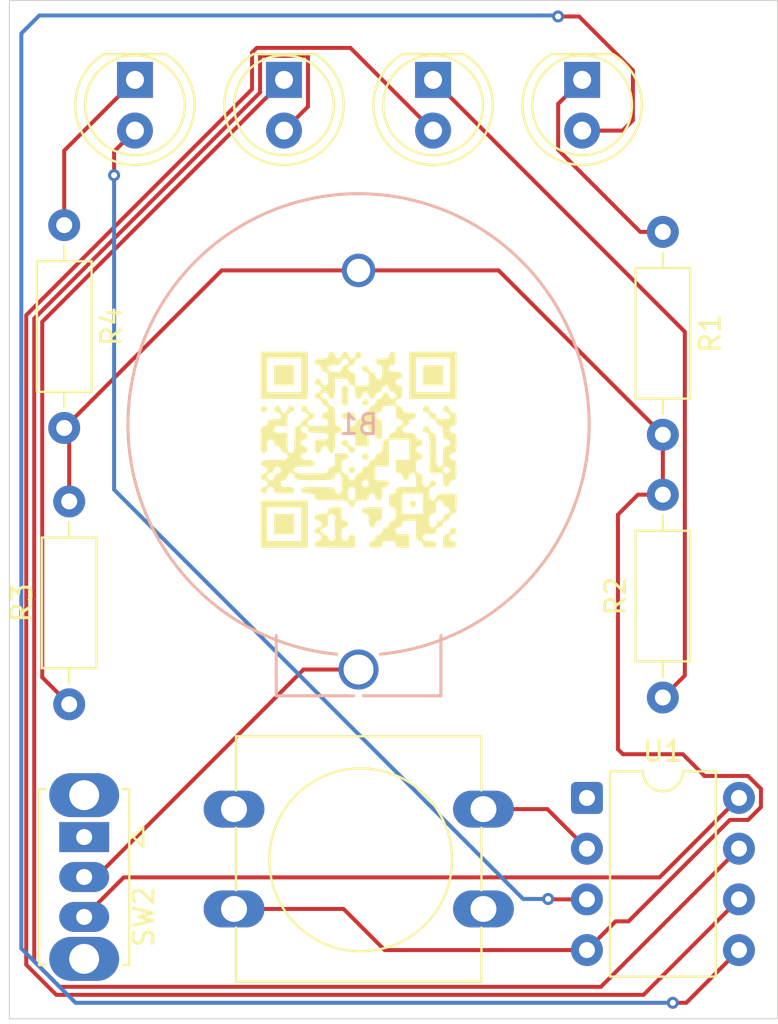
<source format=kicad_pcb>
(kicad_pcb (version 20241229) (generator "pcbnew") (generator_version "9.0")
  (layers (0 "F.Cu" signal) (2 "B.Cu" signal) (13 "F.Paste" user) (15 "B.Paste" user) (5 "F.SilkS" user "F.Silkscreen") (7 "B.SilkS" user "B.Silkscreen") (1 "F.Mask" user) (3 "B.Mask" user) (25 "Edge.Cuts" user))
  (net 0 "")
  (net 1 "Net-(SW2-B)")
  (net 2 "GND")
  (net 3 "LED1")
  (net 4 "Net-(D1-Pad1)")
  (net 5 "Net-(D2-Pad1)")
  (net 6 "LED2")
  (net 7 "LED3")
  (net 8 "Net-(D3-Pad1)")
  (net 9 "LED4")
  (net 10 "Net-(D4-Pad1)")
  (net 11 "BTN")
  (net 12 "VCC")
  (footprint "Resistor_THT:R_Axial_DIN0207_L6.3mm_D2.5mm_P10.16mm_Horizontal" (layer "F.Cu") (at 123.75 61.25 -90)
    (property "Reference" "R4" (at 5.08 -2.37 90) (layer "F.SilkS"))
    (property "Value" "220")
    (pad "1" thru_hole circle (at 0 0 270) (size 1.6 1.6) (drill 0.8) (layers "*.Cu" "*.Mask") (net 10 "Net-(D4-Pad1)"))
    (pad "2" thru_hole circle (at 10.16 0 270) (size 1.6 1.6) (drill 0.8) (layers "*.Cu" "*.Mask") (net 2 "GND"))
  )
  (footprint "Package_DIP:DIP-8_W7.62mm" (layer "F.Cu") (at 149.945 89.94)
    (property "Reference" "U1" (at 3.81 -2.33 0) (layer "F.SilkS"))
    (property "Value" "ATtiny85-20P")
    (pad "1" thru_hole roundrect (at 0 0) (size 1.6 1.6) (drill 0.8) (layers "*.Cu" "*.Mask") (roundrect_rratio 0.15625))
    (pad "2" thru_hole circle (at 0 2.54) (size 1.6 1.6) (drill 0.8) (layers "*.Cu" "*.Mask") (net 11 "BTN"))
    (pad "3" thru_hole circle (at 0 5.08) (size 1.6 1.6) (drill 0.8) (layers "*.Cu" "*.Mask") (net 9 "LED4"))
    (pad "4" thru_hole circle (at 0 7.62) (size 1.6 1.6) (drill 0.8) (layers "*.Cu" "*.Mask") (net 2 "GND"))
    (pad "5" thru_hole circle (at 7.62 7.62) (size 1.6 1.6) (drill 0.8) (layers "*.Cu" "*.Mask") (net 3 "LED1"))
    (pad "6" thru_hole circle (at 7.62 5.08) (size 1.6 1.6) (drill 0.8) (layers "*.Cu" "*.Mask") (net 6 "LED2"))
    (pad "7" thru_hole circle (at 7.62 2.54) (size 1.6 1.6) (drill 0.8) (layers "*.Cu" "*.Mask") (net 7 "LED3"))
    (pad "8" thru_hole circle (at 7.62 0) (size 1.6 1.6) (drill 0.8) (layers "*.Cu" "*.Mask") (net 12 "VCC"))
  )
  (footprint "LOGO" (layer "F.Cu") (at 138.5 72.5)
    (property "Reference" "G***" (hide yes))
    (property "Value" "LOGO" (hide yes))
  )
  (footprint "LED_THT:LED_D5.0mm" (layer "F.Cu") (at 149.705 53.975 -90)
    (property "Reference" "D1" (hide yes))
    (property "Value" "LED_5mm")
    (pad "1" thru_hole rect (at 0 0 270) (size 1.8 1.8) (drill 0.9) (layers "*.Cu" "*.Mask") (net 4 "Net-(D1-Pad1)"))
    (pad "2" thru_hole circle (at 2.54 0 270) (size 1.8 1.8) (drill 0.9) (layers "*.Cu" "*.Mask") (net 3 "LED1"))
  )
  (footprint "Resistor_THT:R_Axial_DIN0207_L6.3mm_D2.5mm_P10.16mm_Horizontal" (layer "F.Cu") (at 124 85.25 90)
    (property "Reference" "R3" (at 5.08 -2.37 90) (layer "F.SilkS"))
    (property "Value" "220")
    (pad "1" thru_hole circle (at 0 0 90) (size 1.6 1.6) (drill 0.8) (layers "*.Cu" "*.Mask") (net 8 "Net-(D3-Pad1)"))
    (pad "2" thru_hole circle (at 10.16 0 90) (size 1.6 1.6) (drill 0.8) (layers "*.Cu" "*.Mask") (net 2 "GND"))
  )
  (footprint "Resistor_THT:R_Axial_DIN0207_L6.3mm_D2.5mm_P10.16mm_Horizontal" (layer "F.Cu") (at 153.75 84.91 90)
    (property "Reference" "R2" (at 5.08 -2.37 90) (layer "F.SilkS"))
    (property "Value" "220")
    (pad "1" thru_hole circle (at 0 0 90) (size 1.6 1.6) (drill 0.8) (layers "*.Cu" "*.Mask") (net 5 "Net-(D2-Pad1)"))
    (pad "2" thru_hole circle (at 10.16 0 90) (size 1.6 1.6) (drill 0.8) (layers "*.Cu" "*.Mask") (net 2 "GND"))
  )
  (footprint "Library:SW_PUSH-12mm" (layer "F.Cu") (at 132.26 90.5)
    (property "Reference" "SW1" (hide yes))
    (property "Value" "SW_Push")
    (pad "1" thru_hole oval (at 0 0) (size 3.048 1.85) (drill 1.3) (layers "*.Cu" "*.Mask") (net 11 "BTN"))
    (pad "1" thru_hole oval (at 12.5 0) (size 3.048 1.85) (drill 1.3) (layers "*.Cu" "*.Mask") (net 11 "BTN"))
    (pad "2" thru_hole oval (at 0 5) (size 3.048 1.85) (drill 1.3) (layers "*.Cu" "*.Mask") (net 2 "GND"))
    (pad "2" thru_hole oval (at 12.5 5) (size 3.048 1.85) (drill 1.3) (layers "*.Cu" "*.Mask") (net 2 "GND"))
  )
  (footprint "Library:right angle switch" (layer "F.Cu") (at 124.75 91.9 -90)
    (property "Reference" "SW2" (at 3.99 -2.99 90) (layer "F.SilkS"))
    (property "Value" "SW_SPDT")
    (pad "" thru_hole oval (at -2.1 0 270) (size 2.2 3.5) (drill 1.5) (layers "*.Cu" "*.Mask"))
    (pad "" thru_hole oval (at 6.1 0 270) (size 2.2 3.5) (drill 1.5) (layers "*.Cu" "*.Mask"))
    (pad "1" thru_hole rect (at 0 0 270) (size 1.5 2.5) (drill 0.8) (layers "*.Cu" "*.Mask"))
    (pad "2" thru_hole oval (at 2 0 270) (size 1.5 2.5) (drill 0.8) (layers "*.Cu" "*.Mask") (net 1 "Net-(SW2-B)"))
    (pad "3" thru_hole oval (at 4 0 270) (size 1.5 2.5) (drill 0.8) (layers "*.Cu" "*.Mask") (net 12 "VCC"))
  )
  (footprint "LED_THT:LED_D5.0mm" (layer "F.Cu") (at 127.295 53.975 -90)
    (property "Reference" "D4" (hide yes))
    (property "Value" "LED_5mm")
    (pad "1" thru_hole rect (at 0 0 270) (size 1.8 1.8) (drill 0.9) (layers "*.Cu" "*.Mask") (net 10 "Net-(D4-Pad1)"))
    (pad "2" thru_hole circle (at 2.54 0 270) (size 1.8 1.8) (drill 0.9) (layers "*.Cu" "*.Mask") (net 9 "LED4"))
  )
  (footprint "LED_THT:LED_D5.0mm" (layer "F.Cu") (at 134.765 53.975 -90)
    (property "Reference" "D3" (hide yes))
    (property "Value" "LED_5mm")
    (pad "1" thru_hole rect (at 0 0 270) (size 1.8 1.8) (drill 0.9) (layers "*.Cu" "*.Mask") (net 8 "Net-(D3-Pad1)"))
    (pad "2" thru_hole circle (at 2.54 0 270) (size 1.8 1.8) (drill 0.9) (layers "*.Cu" "*.Mask") (net 7 "LED3"))
  )
  (footprint "LED_THT:LED_D5.0mm" (layer "F.Cu") (at 142.235 53.975 -90)
    (property "Reference" "D2" (hide yes))
    (property "Value" "LED_5mm")
    (pad "1" thru_hole rect (at 0 0 270) (size 1.8 1.8) (drill 0.9) (layers "*.Cu" "*.Mask") (net 5 "Net-(D2-Pad1)"))
    (pad "2" thru_hole circle (at 2.54 0 270) (size 1.8 1.8) (drill 0.9) (layers "*.Cu" "*.Mask") (net 6 "LED2"))
  )
  (footprint "Resistor_THT:R_Axial_DIN0207_L6.3mm_D2.5mm_P10.16mm_Horizontal" (layer "F.Cu") (at 153.75 61.59 -90)
    (property "Reference" "R1" (at 5.08 -2.37 90) (layer "F.SilkS"))
    (property "Value" "220")
    (pad "1" thru_hole circle (at 0 0 270) (size 1.6 1.6) (drill 0.8) (layers "*.Cu" "*.Mask") (net 4 "Net-(D1-Pad1)"))
    (pad "2" thru_hole circle (at 10.16 0 270) (size 1.6 1.6) (drill 0.8) (layers "*.Cu" "*.Mask") (net 2 "GND"))
  )
  (footprint "Library:BS-7_MPD" (layer "B.Cu") (at 138.5 63.519 180)
    (property "Reference" "B1" (at 0 -7.715 0) (layer "B.SilkS") (effects (justify mirror)))
    (property "Value" "BS-7")
    (pad "1" thru_hole circle (at 0 0 180) (size 1.6764 1.6764) (drill 1.1684) (layers "*.Cu" "*.Mask") (net 2 "GND"))
    (pad "2" thru_hole circle (at 0 -19.9898 180) (size 2.0066 2.0066) (drill 1.4986) (layers "*.Cu" "*.Mask") (net 1 "Net-(SW2-B)"))
  )
  (gr_rect (start 121 50) (end 159.5 101) (stroke (width 0.05)) (fill no) (layer "Edge.Cuts"))
  (segment (start 125.352 93.9) (end 124.75 93.9) (width 0.2) (layer "F.Cu") (net 1))
  (segment (start 138.5 83.5088) (end 135.7432 83.5088) (width 0.2) (layer "F.Cu") (net 1))
  (segment (start 135.7432 83.5088) (end 125.352 93.9) (width 0.2) (layer "F.Cu") (net 1))
  (segment (start 124 75.09) (end 124 71.66) (width 0.2) (layer "F.Cu") (net 2))
  (segment (start 139.81 97.56) (end 149.945 97.56) (width 0.2) (layer "F.Cu") (net 2))
  (segment (start 158.666 89.48395) (end 158.666 90.39605) (width 0.2) (layer "F.Cu") (net 2))
  (segment (start 158.02105 88.839) (end 158.666 89.48395) (width 0.2) (layer "F.Cu") (net 2))
  (segment (start 151.384 96.121) (end 152.02895 96.121) (width 0.2) (layer "F.Cu") (net 2))
  (segment (start 138.5 63.519) (end 145.519 63.519) (width 0.2) (layer "F.Cu") (net 2))
  (segment (start 157.10895 91.041) (end 152.02895 96.121) (width 0.2) (layer "F.Cu") (net 2))
  (segment (start 151.5 87.5) (end 151.75 87.75) (width 0.2) (layer "F.Cu") (net 2))
  (segment (start 155.81905 88.839) (end 155.839 88.839) (width 0.2) (layer "F.Cu") (net 2))
  (segment (start 153.75 74.75) (end 152.5 74.75) (width 0.2) (layer "F.Cu") (net 2))
  (segment (start 124 71.66) (end 123.75 71.41) (width 0.2) (layer "F.Cu") (net 2))
  (segment (start 153.75 74.75) (end 153.75 71.75) (width 0.2) (layer "F.Cu") (net 2))
  (segment (start 132.26 95.5) (end 137.75 95.5) (width 0.2) (layer "F.Cu") (net 2))
  (segment (start 151.75 87.75) (end 154.75 87.75) (width 0.2) (layer "F.Cu") (net 2))
  (segment (start 158.666 90.39605) (end 158.02105 91.041) (width 0.2) (layer "F.Cu") (net 2))
  (segment (start 138.5 63.519) (end 131.641 63.519) (width 0.2) (layer "F.Cu") (net 2))
  (segment (start 132.881 96.121) (end 132.26 95.5) (width 0.2) (layer "F.Cu") (net 2))
  (segment (start 158.02105 91.041) (end 157.10895 91.041) (width 0.2) (layer "F.Cu") (net 2))
  (segment (start 152.5 74.75) (end 151.5 75.75) (width 0.2) (layer "F.Cu") (net 2))
  (segment (start 149.945 97.56) (end 151.384 96.121) (width 0.2) (layer "F.Cu") (net 2))
  (segment (start 137.75 95.5) (end 139.81 97.56) (width 0.2) (layer "F.Cu") (net 2))
  (segment (start 151.5 75.75) (end 151.5 87.5) (width 0.2) (layer "F.Cu") (net 2))
  (segment (start 145.519 63.519) (end 153.75 71.75) (width 0.2) (layer "F.Cu") (net 2))
  (segment (start 131.641 63.519) (end 123.75 71.41) (width 0.2) (layer "F.Cu") (net 2))
  (segment (start 154.75 87.75) (end 155.839 88.839) (width 0.2) (layer "F.Cu") (net 2))
  (segment (start 155.839 88.839) (end 158.02105 88.839) (width 0.2) (layer "F.Cu") (net 2))
  (segment (start 152.25 56) (end 151.735 56.515) (width 0.2) (layer "F.Cu") (net 3))
  (segment (start 152.25 53.5) (end 152.25 56) (width 0.2) (layer "F.Cu") (net 3))
  (segment (start 157.565 97.56) (end 154.925 100.2) (width 0.2) (layer "F.Cu") (net 3))
  (segment (start 148.5 50.8) (end 149.55 50.8) (width 0.2) (layer "F.Cu") (net 3))
  (segment (start 151.735 56.515) (end 149.705 56.515) (width 0.2) (layer "F.Cu") (net 3))
  (segment (start 154.925 100.2) (end 154.25 100.2) (width 0.2) (layer "F.Cu") (net 3))
  (segment (start 149.55 50.8) (end 152.25 53.5) (width 0.2) (layer "F.Cu") (net 3))
  (via (at 148.5 50.8) (size 0.6) (drill 0.3) (layers "F.Cu" "B.Cu") (net 3))
  (via (at 154.25 100.2) (size 0.6) (drill 0.3) (layers "F.Cu" "B.Cu") (net 3))
  (segment (start 122.5 50.75) (end 147.75 50.75) (width 0.2) (layer "B.Cu") (net 3))
  (segment (start 147.75 50.75) (end 148.45 50.75) (width 0.2) (layer "B.Cu") (net 3))
  (segment (start 121.601 68.75) (end 121.601 51.649) (width 0.2) (layer "B.Cu") (net 3))
  (segment (start 124.318687 100.2) (end 121.601 97.482313) (width 0.2) (layer "B.Cu") (net 3))
  (segment (start 148.45 50.75) (end 148.5 50.8) (width 0.2) (layer "B.Cu") (net 3))
  (segment (start 154.25 100.2) (end 124.318687 100.2) (width 0.2) (layer "B.Cu") (net 3))
  (segment (start 121.601 97.482313) (end 121.601 68.75) (width 0.2) (layer "B.Cu") (net 3))
  (segment (start 121.601 51.649) (end 122.5 50.75) (width 0.2) (layer "B.Cu") (net 3))
  (segment (start 148.504 57.47537) (end 148.504 55.176) (width 0.2) (layer "F.Cu") (net 4))
  (segment (start 153.75 61.59) (end 152.61863 61.59) (width 0.2) (layer "F.Cu") (net 4))
  (segment (start 148.504 55.176) (end 149.705 53.975) (width 0.2) (layer "F.Cu") (net 4))
  (segment (start 152.61863 61.59) (end 148.504 57.47537) (width 0.2) (layer "F.Cu") (net 4))
  (segment (start 154.851 66.591) (end 142.235 53.975) (width 0.2) (layer "F.Cu") (net 5))
  (segment (start 154.851 83.809) (end 154.851 66.591) (width 0.2) (layer "F.Cu") (net 5))
  (segment (start 153.75 84.91) (end 154.851 83.809) (width 0.2) (layer "F.Cu") (net 5))
  (segment (start 133.3979 52.373) (end 138.093 52.373) (width 0.2) (layer "F.Cu") (net 6))
  (segment (start 133.163 52.6079) (end 133.3979 52.373) (width 0.2) (layer "F.Cu") (net 6))
  (segment (start 157.565 95.02) (end 152.783 99.802) (width 0.2) (layer "F.Cu") (net 6))
  (segment (start 152.783 99.802) (end 123.353587 99.802) (width 0.2) (layer "F.Cu") (net 6))
  (segment (start 138.093 52.373) (end 142.235 56.515) (width 0.2) (layer "F.Cu") (net 6))
  (segment (start 123.353587 99.802) (end 121.847 98.295413) (width 0.2) (layer "F.Cu") (net 6))
  (segment (start 133.163 54.4428) (end 133.163 52.6079) (width 0.2) (layer "F.Cu") (net 6))
  (segment (start 121.847 98.295413) (end 121.847 65.7588) (width 0.2) (layer "F.Cu") (net 6))
  (segment (start 121.847 65.7588) (end 133.163 54.4428) (width 0.2) (layer "F.Cu") (net 6))
  (segment (start 122.248 98.129313) (end 122.248 65.9249) (width 0.2) (layer "F.Cu") (net 7))
  (segment (start 135.966 55.314) (end 134.765 56.515) (width 0.2) (layer "F.Cu") (net 7))
  (segment (start 133.564 52.774) (end 135.966 52.774) (width 0.2) (layer "F.Cu") (net 7))
  (segment (start 150.644 99.401) (end 123.519687 99.401) (width 0.2) (layer "F.Cu") (net 7))
  (segment (start 123.519687 99.401) (end 122.248 98.129313) (width 0.2) (layer "F.Cu") (net 7))
  (segment (start 157.565 92.48) (end 150.644 99.401) (width 0.2) (layer "F.Cu") (net 7))
  (segment (start 133.564 54.6089) (end 133.564 52.774) (width 0.2) (layer "F.Cu") (net 7))
  (segment (start 122.248 65.9249) (end 133.564 54.6089) (width 0.2) (layer "F.Cu") (net 7))
  (segment (start 135.966 52.774) (end 135.966 55.314) (width 0.2) (layer "F.Cu") (net 7))
  (segment (start 124 85.25) (end 122.649 83.899) (width 0.2) (layer "F.Cu") (net 8))
  (segment (start 122.649 83.899) (end 122.649 66.091) (width 0.2) (layer "F.Cu") (net 8))
  (segment (start 122.649 66.091) (end 134.765 53.975) (width 0.2) (layer "F.Cu") (net 8))
  (segment (start 148.02 95.02) (end 148 95) (width 0.2) (layer "F.Cu") (net 9))
  (segment (start 126.25 57.56) (end 127.295 56.515) (width 0.2) (layer "F.Cu") (net 9))
  (segment (start 126.25 58.75) (end 126.25 57.56) (width 0.2) (layer "F.Cu") (net 9))
  (segment (start 149.945 95.02) (end 148.02 95.02) (width 0.2) (layer "F.Cu") (net 9))
  (via (at 126.25 58.75) (size 0.6) (drill 0.3) (layers "F.Cu" "B.Cu") (net 9))
  (via (at 148 95) (size 0.6) (drill 0.3) (layers "F.Cu" "B.Cu") (net 9))
  (segment (start 126.25 74.5) (end 126.25 58.75) (width 0.2) (layer "B.Cu") (net 9))
  (segment (start 146.75 95) (end 126.25 74.5) (width 0.2) (layer "B.Cu") (net 9))
  (segment (start 148 95) (end 146.75 95) (width 0.2) (layer "B.Cu") (net 9))
  (segment (start 123.75 57.52) (end 127.295 53.975) (width 0.2) (layer "F.Cu") (net 10))
  (segment (start 123.75 61.25) (end 123.75 57.52) (width 0.2) (layer "F.Cu") (net 10))
  (segment (start 147.965 90.5) (end 149.945 92.48) (width 0.2) (layer "F.Cu") (net 11))
  (segment (start 144.76 90.5) (end 147.965 90.5) (width 0.2) (layer "F.Cu") (net 11))
  (segment (start 126.731 93.919) (end 153.586 93.919) (width 0.2) (layer "F.Cu") (net 12))
  (segment (start 153.586 93.919) (end 157.565 89.94) (width 0.2) (layer "F.Cu") (net 12))
  (segment (start 124.75 95.9) (end 126.731 93.919) (width 0.2) (layer "F.Cu") (net 12))
)
</source>
